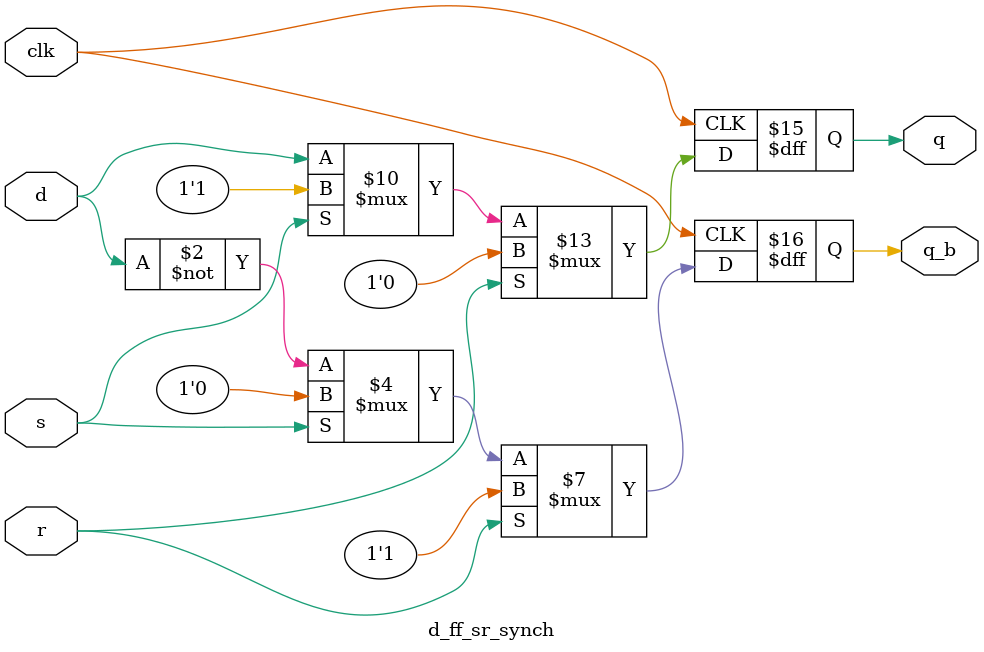
<source format=v>
`timescale 1ns/100ps
module d_ff_sr_synch (input d, s, r, clk, output reg q, q_b);
always @(posedge clk) begin //posedge s, posedge r   
    if (r) begin
        q <= #41'b0;
        q_b <= #3 1'b1;
    end

    else if (s) begin
        q <= #41'b1;
        q_b <= #3 1'b0;
        end
    else begin
        q <= #4 d;
        q_b <= #3~d;
    end

end
endmodule
</source>
